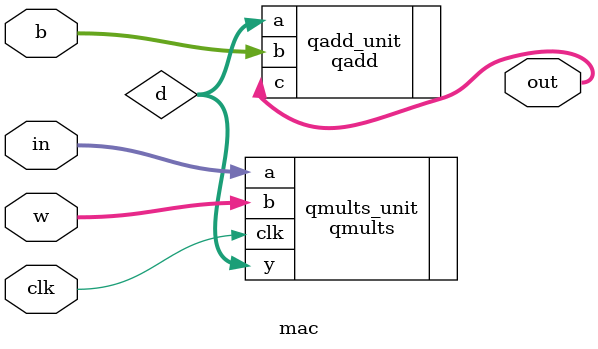
<source format=v>

`timescale 1ns / 1ps

module mac
#(
    parameter L = 24
)
(
    input clk,
    input [7:0] in,
    input [L-1:0] w,
    input [L-1:0] b,
    output [L-1:0] out
    );

wire [L-1:0] d;

qmults qmults_unit(
    .clk(clk),
    .a(in),
    .b(w),
    .y(d)
);

qadd qadd_unit(
    .a(d),
    .b(b),
    .c(out)
);

endmodule

</source>
